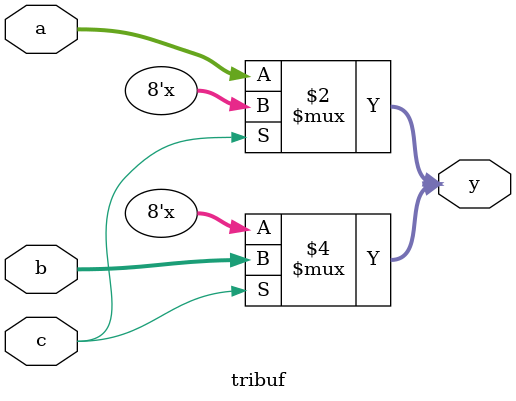
<source format=v>
`timescale 1ns/1ns

module tribuf(a, b, c, y);
	input  [7:0] a, b;
	input        c;
	output [7:0] y;
	
	assign y = (c == 1'b0) ? a : 8'bzzzzzzzz;
	assign y = (c == 1'b1) ? b : 8'bzzzzzzzz;
	
endmodule

</source>
